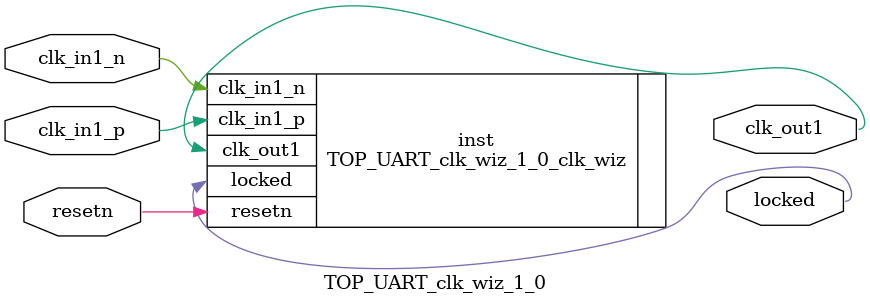
<source format=v>


`timescale 1ps/1ps

(* CORE_GENERATION_INFO = "TOP_UART_clk_wiz_1_0,clk_wiz_v6_0_9_0_0,{component_name=TOP_UART_clk_wiz_1_0,use_phase_alignment=true,use_min_o_jitter=false,use_max_i_jitter=false,use_dyn_phase_shift=false,use_inclk_switchover=false,use_dyn_reconfig=false,enable_axi=0,feedback_source=FDBK_AUTO,PRIMITIVE=MMCM,num_out_clk=1,clkin1_period=5.000,clkin2_period=10.0,use_power_down=false,use_reset=true,use_locked=true,use_inclk_stopped=false,feedback_type=SINGLE,CLOCK_MGR_TYPE=NA,manual_override=false}" *)

module TOP_UART_clk_wiz_1_0 
 (
  // Clock out ports
  output        clk_out1,
  // Status and control signals
  input         resetn,
  output        locked,
 // Clock in ports
  input         clk_in1_p,
  input         clk_in1_n
 );

  TOP_UART_clk_wiz_1_0_clk_wiz inst
  (
  // Clock out ports  
  .clk_out1(clk_out1),
  // Status and control signals               
  .resetn(resetn), 
  .locked(locked),
 // Clock in ports
  .clk_in1_p(clk_in1_p),
  .clk_in1_n(clk_in1_n)
  );

endmodule

</source>
